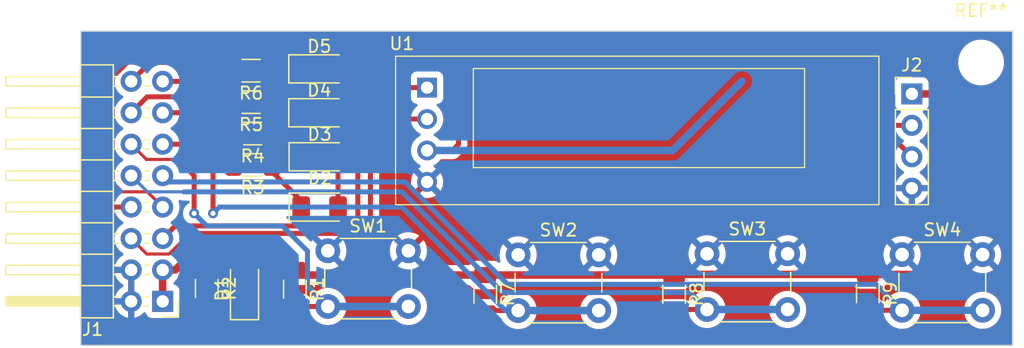
<source format=kicad_pcb>
(kicad_pcb (version 20221018) (generator pcbnew)
  (layers (0 "F.Cu" signal) (31 "B.Cu" signal) (34 "B.Paste" user) (35 "F.Paste" user) (36 "B.SilkS" user "B.Silkscreen") (37 "F.SilkS" user "F.Silkscreen") (38 "B.Mask" user) (39 "F.Mask" user) (44 "Edge.Cuts" user))
  (net 0 "")
  (net 1 "Net-(D1-K)")
  (net 2 "+3V3")
  (net 3 "Net-(D2-K)")
  (net 4 "Net-(D3-K)")
  (net 5 "Net-(D4-K)")
  (net 6 "Net-(D5-K)")
  (net 7 "GND")
  (net 8 "/SDA")
  (net 9 "/SCK")
  (net 10 "/RX")
  (net 11 "/TX")
  (net 12 "/SW4")
  (net 13 "/SW3")
  (net 14 "/SW2")
  (net 15 "/SW1")
  (net 16 "/OUT1")
  (net 17 "/OUT2")
  (net 18 "/OUT3")
  (net 19 "/OUT4")
  (footprint "Resistor_SMD:R_1206_3216Metric_Pad1.30x1.75mm_HandSolder" (layer "F.Cu") (at 131.1835 174.684 -90)
    (fp_text reference "R8" (at 0 -1.82 90) (layer "F.SilkS"))
    (fp_text value "10K")
    (fp_line (start -0.727064 -0.91) (end 0.727064 -0.91) (stroke (width 0.12)) (layer "F.SilkS"))
    (fp_line (start -0.727064 0.91) (end 0.727064 0.91) (stroke (width 0.12)) (layer "F.SilkS"))
    (pad "1" smd roundrect (at -1.55 0 270) (size 1.3 1.75) (layers "F.Cu" "F.Paste" "F.Mask") (roundrect_rratio 0.192308) (net 2 "+3V3"))
    (pad "2" smd roundrect (at 1.55 0 270) (size 1.3 1.75) (layers "F.Cu" "F.Paste" "F.Mask") (roundrect_rratio 0.192308) (net 13 "/SW3"))
  )
  (footprint "Resistor_SMD:R_1206_3216Metric_Pad1.30x1.75mm_HandSolder" (layer "F.Cu") (at 97.054 159.16 180)
    (fp_text reference "R5" (at 0 -1.82) (layer "F.SilkS"))
    (fp_text value "330")
    (fp_line (start -0.727064 -0.91) (end 0.727064 -0.91) (stroke (width 0.12)) (layer "F.SilkS"))
    (fp_line (start -0.727064 0.91) (end 0.727064 0.91) (stroke (width 0.12)) (layer "F.SilkS"))
    (pad "1" smd roundrect (at -1.55 0 180) (size 1.3 1.75) (layers "F.Cu" "F.Paste" "F.Mask") (roundrect_rratio 0.192308) (net 5 "Net-(D4-K)"))
    (pad "2" smd roundrect (at 1.55 0 180) (size 1.3 1.75) (layers "F.Cu" "F.Paste" "F.Mask") (roundrect_rratio 0.192308) (net 18 "/OUT3"))
  )
  (footprint "MountingHole:MountingHole_3.2mm_M3" (layer "F.Cu") (at 155.956 155.956)
    (fp_text reference "REF**" (at 0 -4.2) (layer "F.SilkS"))
    (fp_text value "MountingHole_3.2mm_M3" hide)
    (pad "" np_thru_hole circle (at 0 0) (size 3.2 3.2) (drill 3.2) (layers "*.Cu" "*.Mask"))
  )
  (footprint "Button_Switch_THT:SW_PUSH_6mm_H13mm" (layer "F.Cu") (at 103.2435 171.174)
    (fp_text reference "SW1" (at 3.25 -2) (layer "F.SilkS"))
    (fp_text value "SW_SPST")
    (fp_line (start -0.25 1.5) (end -0.25 3) (stroke (width 0.12)) (layer "F.SilkS"))
    (fp_line (start 1 5.5) (end 5.5 5.5) (stroke (width 0.12)) (layer "F.SilkS"))
    (fp_line (start 5.5 -1) (end 1 -1) (stroke (width 0.12)) (layer "F.SilkS"))
    (fp_line (start 6.75 3) (end 6.75 1.5) (stroke (width 0.12)) (layer "F.SilkS"))
    (pad "1" thru_hole circle (at 0 0 90) (size 2 2) (drill 1.1) (layers "*.Cu" "*.Mask") (net 7 "GND"))
    (pad "1" thru_hole circle (at 6.5 0 90) (size 2 2) (drill 1.1) (layers "*.Cu" "*.Mask") (net 7 "GND"))
    (pad "2" thru_hole circle (at 0 4.5 90) (size 2 2) (drill 1.1) (layers "*.Cu" "*.Mask") (net 15 "/SW1"))
    (pad "2" thru_hole circle (at 6.5 4.5 90) (size 2 2) (drill 1.1) (layers "*.Cu" "*.Mask") (net 15 "/SW1"))
  )
  (footprint "Button_Switch_THT:SW_PUSH_6mm_H13mm" (layer "F.Cu") (at 118.603 171.502)
    (fp_text reference "SW2" (at 3.25 -2) (layer "F.SilkS"))
    (fp_text value "SW_SPST")
    (fp_line (start -0.25 1.5) (end -0.25 3) (stroke (width 0.12)) (layer "F.SilkS"))
    (fp_line (start 1 5.5) (end 5.5 5.5) (stroke (width 0.12)) (layer "F.SilkS"))
    (fp_line (start 5.5 -1) (end 1 -1) (stroke (width 0.12)) (layer "F.SilkS"))
    (fp_line (start 6.75 3) (end 6.75 1.5) (stroke (width 0.12)) (layer "F.SilkS"))
    (pad "1" thru_hole circle (at 0 0 90) (size 2 2) (drill 1.1) (layers "*.Cu" "*.Mask") (net 7 "GND"))
    (pad "1" thru_hole circle (at 6.5 0 90) (size 2 2) (drill 1.1) (layers "*.Cu" "*.Mask") (net 7 "GND"))
    (pad "2" thru_hole circle (at 0 4.5 90) (size 2 2) (drill 1.1) (layers "*.Cu" "*.Mask") (net 14 "/SW2"))
    (pad "2" thru_hole circle (at 6.5 4.5 90) (size 2 2) (drill 1.1) (layers "*.Cu" "*.Mask") (net 14 "/SW2"))
  )
  (footprint "LED_SMD:LED_1206_3216Metric_Pad1.42x1.75mm_HandSolder" (layer "F.Cu") (at 102.5535 156.474)
    (fp_text reference "D5" (at 0 -1.82) (layer "F.SilkS"))
    (fp_text value "LED")
    (fp_line (start -2.46 -1.135) (end -2.46 1.135) (stroke (width 0.12)) (layer "F.SilkS"))
    (fp_line (start -2.46 1.135) (end 1.6 1.135) (stroke (width 0.12)) (layer "F.SilkS"))
    (fp_line (start 1.6 -1.135) (end -2.46 -1.135) (stroke (width 0.12)) (layer "F.SilkS"))
    (pad "1" smd roundrect (at -1.4875 0) (size 1.425 1.75) (layers "F.Cu" "F.Paste" "F.Mask") (roundrect_rratio 0.175439) (net 6 "Net-(D5-K)"))
    (pad "2" smd roundrect (at 1.4875 0) (size 1.425 1.75) (layers "F.Cu" "F.Paste" "F.Mask") (roundrect_rratio 0.175439) (net 2 "+3V3"))
  )
  (footprint "LED_SMD:LED_1206_3216Metric_Pad1.42x1.75mm_HandSolder" (layer "F.Cu") (at 102.5795 167.64)
    (fp_text reference "D2" (at 0.034 -2.328) (layer "F.SilkS"))
    (fp_text value "LED")
    (fp_line (start -2.46 -1.135) (end -2.46 1.135) (stroke (width 0.12)) (layer "F.SilkS"))
    (fp_line (start -2.46 1.135) (end 1.6 1.135) (stroke (width 0.12)) (layer "F.SilkS"))
    (fp_line (start 1.6 -1.135) (end -2.46 -1.135) (stroke (width 0.12)) (layer "F.SilkS"))
    (pad "1" smd roundrect (at -1.4875 0) (size 1.425 1.75) (layers "F.Cu" "F.Paste" "F.Mask") (roundrect_rratio 0.175439) (net 3 "Net-(D2-K)"))
    (pad "2" smd roundrect (at 1.4875 0) (size 1.425 1.75) (layers "F.Cu" "F.Paste" "F.Mask") (roundrect_rratio 0.175439) (net 2 "+3V3"))
  )
  (footprint "Resistor_SMD:R_1206_3216Metric_Pad1.30x1.75mm_HandSolder" (layer "F.Cu") (at 93.472 174.218 -90)
    (fp_text reference "R2" (at 0 -1.82 90) (layer "F.SilkS"))
    (fp_text value "330")
    (fp_line (start -0.727064 -0.91) (end 0.727064 -0.91) (stroke (width 0.12)) (layer "F.SilkS"))
    (fp_line (start -0.727064 0.91) (end 0.727064 0.91) (stroke (width 0.12)) (layer "F.SilkS"))
    (pad "1" smd roundrect (at -1.55 0 270) (size 1.3 1.75) (layers "F.Cu" "F.Paste" "F.Mask") (roundrect_rratio 0.192308) (net 1 "Net-(D1-K)"))
    (pad "2" smd roundrect (at 1.55 0 270) (size 1.3 1.75) (layers "F.Cu" "F.Paste" "F.Mask") (roundrect_rratio 0.192308) (net 7 "GND"))
  )
  (footprint "Resistor_SMD:R_1206_3216Metric_Pad1.30x1.75mm_HandSolder" (layer "F.Cu") (at 97.179 161.7 180)
    (fp_text reference "R4" (at 0 -1.82) (layer "F.SilkS"))
    (fp_text value "330")
    (fp_line (start -0.727064 -0.91) (end 0.727064 -0.91) (stroke (width 0.12)) (layer "F.SilkS"))
    (fp_line (start -0.727064 0.91) (end 0.727064 0.91) (stroke (width 0.12)) (layer "F.SilkS"))
    (pad "1" smd roundrect (at -1.55 0 180) (size 1.3 1.75) (layers "F.Cu" "F.Paste" "F.Mask") (roundrect_rratio 0.192308) (net 4 "Net-(D3-K)"))
    (pad "2" smd roundrect (at 1.55 0 180) (size 1.3 1.75) (layers "F.Cu" "F.Paste" "F.Mask") (roundrect_rratio 0.192308) (net 17 "/OUT2"))
  )
  (footprint "Button_Switch_THT:SW_PUSH_6mm_H13mm" (layer "F.Cu") (at 149.577227 171.48144)
    (fp_text reference "SW4" (at 3.25 -2) (layer "F.SilkS"))
    (fp_text value "SW_SPST")
    (fp_line (start -0.25 1.5) (end -0.25 3) (stroke (width 0.12)) (layer "F.SilkS"))
    (fp_line (start 1 5.5) (end 5.5 5.5) (stroke (width 0.12)) (layer "F.SilkS"))
    (fp_line (start 5.5 -1) (end 1 -1) (stroke (width 0.12)) (layer "F.SilkS"))
    (fp_line (start 6.75 3) (end 6.75 1.5) (stroke (width 0.12)) (layer "F.SilkS"))
    (pad "1" thru_hole circle (at 0 0 90) (size 2 2) (drill 1.1) (layers "*.Cu" "*.Mask") (net 7 "GND"))
    (pad "1" thru_hole circle (at 6.5 0 90) (size 2 2) (drill 1.1) (layers "*.Cu" "*.Mask") (net 7 "GND"))
    (pad "2" thru_hole circle (at 0 4.5 90) (size 2 2) (drill 1.1) (layers "*.Cu" "*.Mask") (net 12 "/SW4"))
    (pad "2" thru_hole circle (at 6.5 4.5 90) (size 2 2) (drill 1.1) (layers "*.Cu" "*.Mask") (net 12 "/SW4"))
  )
  (footprint "Resistor_SMD:R_1206_3216Metric_Pad1.30x1.75mm_HandSolder" (layer "F.Cu") (at 97.054 156.62 180)
    (fp_text reference "R6" (at 0 -1.82) (layer "F.SilkS"))
    (fp_text value "330")
    (fp_line (start -0.727064 -0.91) (end 0.727064 -0.91) (stroke (width 0.12)) (layer "F.SilkS"))
    (fp_line (start -0.727064 0.91) (end 0.727064 0.91) (stroke (width 0.12)) (layer "F.SilkS"))
    (pad "1" smd roundrect (at -1.55 0 180) (size 1.3 1.75) (layers "F.Cu" "F.Paste" "F.Mask") (roundrect_rratio 0.192308) (net 6 "Net-(D5-K)"))
    (pad "2" smd roundrect (at 1.55 0 180) (size 1.3 1.75) (layers "F.Cu" "F.Paste" "F.Mask") (roundrect_rratio 0.192308) (net 19 "/OUT4"))
  )
  (footprint "Button_Switch_THT:SW_PUSH_6mm_H13mm" (layer "F.Cu") (at 133.843 171.416)
    (fp_text reference "SW3" (at 3.25 -2) (layer "F.SilkS"))
    (fp_text value "SW_SPST")
    (fp_line (start -0.25 1.5) (end -0.25 3) (stroke (width 0.12)) (layer "F.SilkS"))
    (fp_line (start 1 5.5) (end 5.5 5.5) (stroke (width 0.12)) (layer "F.SilkS"))
    (fp_line (start 5.5 -1) (end 1 -1) (stroke (width 0.12)) (layer "F.SilkS"))
    (fp_line (start 6.75 3) (end 6.75 1.5) (stroke (width 0.12)) (layer "F.SilkS"))
    (pad "1" thru_hole circle (at 0 0 90) (size 2 2) (drill 1.1) (layers "*.Cu" "*.Mask") (net 7 "GND"))
    (pad "1" thru_hole circle (at 6.5 0 90) (size 2 2) (drill 1.1) (layers "*.Cu" "*.Mask") (net 7 "GND"))
    (pad "2" thru_hole circle (at 0 4.5 90) (size 2 2) (drill 1.1) (layers "*.Cu" "*.Mask") (net 13 "/SW3"))
    (pad "2" thru_hole circle (at 6.5 4.5 90) (size 2 2) (drill 1.1) (layers "*.Cu" "*.Mask") (net 13 "/SW3"))
  )
  (footprint "LED_SMD:LED_1206_3216Metric_Pad1.42x1.75mm_HandSolder" (layer "F.Cu") (at 102.5535 160.02)
    (fp_text reference "D4" (at 0 -1.82) (layer "F.SilkS"))
    (fp_text value "LED")
    (fp_line (start -2.46 -1.135) (end -2.46 1.135) (stroke (width 0.12)) (layer "F.SilkS"))
    (fp_line (start -2.46 1.135) (end 1.6 1.135) (stroke (width 0.12)) (layer "F.SilkS"))
    (fp_line (start 1.6 -1.135) (end -2.46 -1.135) (stroke (width 0.12)) (layer "F.SilkS"))
    (pad "1" smd roundrect (at -1.4875 0) (size 1.425 1.75) (layers "F.Cu" "F.Paste" "F.Mask") (roundrect_rratio 0.175439) (net 5 "Net-(D4-K)"))
    (pad "2" smd roundrect (at 1.4875 0) (size 1.425 1.75) (layers "F.Cu" "F.Paste" "F.Mask") (roundrect_rratio 0.175439) (net 2 "+3V3"))
  )
  (footprint "Resistor_SMD:R_1206_3216Metric_Pad1.30x1.75mm_HandSolder" (layer "F.Cu") (at 100.584 174.27 -90)
    (fp_text reference "R1" (at 0 -1.82 90) (layer "F.SilkS"))
    (fp_text value "10K")
    (fp_line (start -0.727064 -0.91) (end 0.727064 -0.91) (stroke (width 0.12)) (layer "F.SilkS"))
    (fp_line (start -0.727064 0.91) (end 0.727064 0.91) (stroke (width 0.12)) (layer "F.SilkS"))
    (pad "1" smd roundrect (at -1.55 0 270) (size 1.3 1.75) (layers "F.Cu" "F.Paste" "F.Mask") (roundrect_rratio 0.192308) (net 2 "+3V3"))
    (pad "2" smd roundrect (at 1.55 0 270) (size 1.3 1.75) (layers "F.Cu" "F.Paste" "F.Mask") (roundrect_rratio 0.192308) (net 15 "/SW1"))
  )
  (footprint "OLED-SSD1306-128x32-0.91:OLED_SSD1306_128x32_0.91" (layer "F.Cu") (at 108.712 155.448)
    (fp_text reference "U1" (at 0.508 -1.016) (layer "F.SilkS"))
    (fp_text value "~" hide)
    (fp_rect (start 0 0) (end 39 12) (stroke (width 0.1)) (fill none) (layer "F.SilkS"))
    (fp_rect (start 6.27 1) (end 33 9) (stroke (width 0.1)) (fill none) (layer "F.SilkS"))
    (pad "1" thru_hole rect (at 2.54 2.54) (size 1.6 1.6) (drill 1) (layers "*.Cu" "*.Mask") (net 8 "/SDA"))
    (pad "2" thru_hole circle (at 2.54 5.08) (size 1.6 1.6) (drill 1) (layers "*.Cu" "*.Mask") (net 9 "/SCK"))
    (pad "3" thru_hole circle (at 2.54 7.62) (size 1.6 1.6) (drill 1) (layers "*.Cu" "*.Mask") (net 2 "+3V3"))
    (pad "4" thru_hole circle (at 2.54 10.16) (size 1.6 1.6) (drill 1) (layers "*.Cu" "*.Mask") (net 7 "GND"))
  )
  (footprint "Connector_PinHeader_2.54mm:PinHeader_2x08_P2.54mm_Horizontal" (layer "F.Cu") (at 89.916 175.26 180)
    (fp_text reference "J1" (at 5.655 -2.27) (layer "F.SilkS"))
    (fp_text value "Conn_02x08_Odd_Even" hide)
    (fp_line (start -1.27 -1.27) (end 0 -1.27) (stroke (width 0.12)) (layer "F.SilkS"))
    (fp_line (start -1.27 0) (end -1.27 -1.27) (stroke (width 0.12)) (layer "F.SilkS"))
    (fp_line (start 1.042929 2.16) (end 1.497071 2.16) (stroke (width 0.12)) (layer "F.SilkS"))
    (fp_line (start 1.042929 2.92) (end 1.497071 2.92) (stroke (width 0.12)) (layer "F.SilkS"))
    (fp_line (start 1.042929 4.7) (end 1.497071 4.7) (stroke (width 0.12)) (layer "F.SilkS"))
    (fp_line (start 1.042929 5.46) (end 1.497071 5.46) (stroke (width 0.12)) (layer "F.SilkS"))
    (fp_line (start 1.042929 7.24) (end 1.497071 7.24) (stroke (width 0.12)) (layer "F.SilkS"))
    (fp_line (start 1.042929 8) (end 1.497071 8) (stroke (width 0.12)) (layer "F.SilkS"))
    (fp_line (start 1.042929 9.78) (end 1.497071 9.78) (stroke (width 0.12)) (layer "F.SilkS"))
    (fp_line (start 1.042929 10.54) (end 1.497071 10.54) (stroke (width 0.12)) (layer "F.SilkS"))
    (fp_line (start 1.042929 12.32) (end 1.497071 12.32) (stroke (width 0.12)) (layer "F.SilkS"))
    (fp_line (start 1.042929 13.08) (end 1.497071 13.08) (stroke (width 0.12)) (layer "F.SilkS"))
    (fp_line (start 1.042929 14.86) (end 1.497071 14.86) (stroke (width 0.12)) (layer "F.SilkS"))
    (fp_line (start 1.042929 15.62) (end 1.497071 15.62) (stroke (width 0.12)) (layer "F.SilkS"))
    (fp_line (start 1.042929 17.4) (end 1.497071 17.4) (stroke (width 0.12)) (layer "F.SilkS"))
    (fp_line (start 1.042929 18.16) (end 1.497071 18.16) (stroke (width 0.12)) (layer "F.SilkS"))
    (fp_line (start 1.11 -0.38) (end 1.497071 -0.38) (stroke (width 0.12)) (layer "F.SilkS"))
    (fp_line (start 1.11 0.38) (end 1.497071 0.38) (stroke (width 0.12)) (layer "F.SilkS"))
    (fp_line (start 3.582929 -0.38) (end 3.98 -0.38) (stroke (width 0.12)) (layer "F.SilkS"))
    (fp_line (start 3.582929 0.38) (end 3.98 0.38) (stroke (width 0.12)) (layer "F.SilkS"))
    (fp_line (start 3.582929 2.16) (end 3.98 2.16) (stroke (width 0.12)) (layer "F.SilkS"))
    (fp_line (start 3.582929 2.92) (end 3.98 2.92) (stroke (width 0.12)) (layer "F.SilkS"))
    (fp_line (start 3.582929 4.7) (end 3.98 4.7) (stroke (width 0.12)) (layer "F.SilkS"))
    (fp_line (start 3.582929 5.46) (end 3.98 5.46) (stroke (width 0.12)) (layer "F.SilkS"))
    (fp_line (start 3.582929 7.24) (end 3.98 7.24) (stroke (width 0.12)) (layer "F.SilkS"))
    (fp_line (start 3.582929 8) (end 3.98 8) (stroke (width 0.12)) (layer "F.SilkS"))
    (fp_line (start 3.582929 9.78) (end 3.98 9.78) (stroke (width 0.12)) (layer "F.SilkS"))
    (fp_line (start 3.582929 10.54) (end 3.98 10.54) (stroke (width 0.12)) (layer "F.SilkS"))
    (fp_line (start 3.582929 12.32) (end 3.98 12.32) (stroke (width 0.12)) (layer "F.SilkS"))
    (fp_line (start 3.582929 13.08) (end 3.98 13.08) (stroke (width 0.12)) (layer "F.SilkS"))
    (fp_line (start 3.582929 14.86) (end 3.98 14.86) (stroke (width 0.12)) (layer "F.SilkS"))
    (fp_line (start 3.582929 15.62) (end 3.98 15.62) (stroke (width 0.12)) (layer "F.SilkS"))
    (fp_line (start 3.582929 17.4) (end 3.98 17.4) (stroke (width 0.12)) (layer "F.SilkS"))
    (fp_line (start 3.582929 18.16) (end 3.98 18.16) (stroke (width 0.12)) (layer "F.SilkS"))
    (fp_line (start 3.98 -1.33) (end 3.98 19.11) (stroke (width 0.12)) (layer "F.SilkS"))
    (fp_line (start 3.98 1.27) (end 6.64 1.27) (stroke (width 0.12)) (layer "F.SilkS"))
    (fp_line (start 3.98 3.81) (end 6.64 3.81) (stroke (width 0.12)) (layer "F.SilkS"))
    (fp_line (start 3.98 6.35) (end 6.64 6.35) (stroke (width 0.12)) (layer "F.SilkS"))
    (fp_line (start 3.98 8.89) (end 6.64 8.89) (stroke (width 0.12)) (layer "F.SilkS"))
    (fp_line (start 3.98 11.43) (end 6.64 11.43) (stroke (width 0.12)) (layer "F.SilkS"))
    (fp_line (start 3.98 13.97) (end 6.64 13.97) (stroke (width 0.12)) (layer "F.SilkS"))
    (fp_line (start 3.98 16.51) (end 6.64 16.51) (stroke (width 0.12)) (layer "F.SilkS"))
    (fp_line (start 3.98 19.11) (end 6.64 19.11) (stroke (width 0.12)) (layer "F.SilkS"))
    (fp_line (start 6.64 -1.33) (end 3.98 -1.33) (stroke (width 0.12)) (layer "F.SilkS"))
    (fp_line (start 6.64 -0.38) (end 12.64 -0.38) (stroke (width 0.12)) (layer "F.SilkS"))
    (fp_line (start 6.64 -0.32) (end 12.64 -0.32) (stroke (width 0.12)) (layer "F.SilkS"))
    (fp_line (start 6.64 -0.2) (end 12.64 -0.2) (stroke (width 0.12)) (layer "F.SilkS"))
    (fp_line (start 6.64 -0.08) (end 12.64 -0.08) (stroke (width 0.12)) (layer "F.SilkS"))
    (fp_line (start 6.64 0.04) (end 12.64 0.04) (stroke (width 0.12)) (layer "F.SilkS"))
    (fp_line (start 6.64 0.16) (end 12.64 0.16) (stroke (width 0.12)) (layer "F.SilkS"))
    (fp_line (start 6.64 0.28) (end 12.64 0.28) (stroke (width 0.12)) (layer "F.SilkS"))
    (fp_line (start 6.64 2.16) (end 12.64 2.16) (stroke (width 0.12)) (layer "F.SilkS"))
    (fp_line (start 6.64 4.7) (end 12.64 4.7) (stroke (width 0.12)) (layer "F.SilkS"))
    (fp_line (start 6.64 7.24) (end 12.64 7.24) (stroke (width 0.12)) (layer "F.SilkS"))
    (fp_line (start 6.64 9.78) (end 12.64 9.78) (stroke (width 0.12)) (layer "F.SilkS"))
    (fp_line (start 6.64 12.32) (end 12.64 12.32) (stroke (width 0.12)) (layer "F.SilkS"))
    (fp_line (start 6.64 14.86) (end 12.64 14.86) (stroke (width 0.12)) (layer "F.SilkS"))
    (fp_line (start 6.64 17.4) (end 12.64 17.4) (stroke (width 0.12)) (layer "F.SilkS"))
    (fp_line (start 6.64 19.11) (end 6.64 -1.33) (stroke (width 0.12)) (layer "F.SilkS"))
    (fp_line (start 12.64 -0.38) (end 12.64 0.38) (stroke (width 0.12)) (layer "F.SilkS"))
    (fp_line (start 12.64 0.38) (end 6.64 0.38) (stroke (width 0.12)) (layer "F.SilkS"))
    (fp_line (start 12.64 2.16) (end 12.64 2.92) (stroke (width 0.12)) (layer "F.SilkS"))
    (fp_line (start 12.64 2.92) (end 6.64 2.92) (stroke (width 0.12)) (layer "F.SilkS"))
    (fp_line (start 12.64 4.7) (end 12.64 5.46) (stroke (width 0.12)) (layer "F.SilkS"))
    (fp_line (start 12.64 5.46) (end 6.64 5.46) (stroke (width 0.12)) (layer "F.SilkS"))
    (fp_line (start 12.64 7.24) (end 12.64 8) (stroke (width 0.12)) (layer "F.SilkS"))
    (fp_line (start 12.64 8) (end 6.64 8) (stroke (width 0.12)) (layer "F.SilkS"))
    (fp_line (start 12.64 9.78) (end 12.64 10.54) (stroke (width 0.12)) (layer "F.SilkS"))
    (fp_line (start 12.64 10.54) (end 6.64 10.54) (stroke (width 0.12)) (layer "F.SilkS"))
    (fp_line (start 12.64 12.32) (end 12.64 13.08) (stroke (width 0.12)) (layer "F.SilkS"))
    (fp_line (start 12.64 13.08) (end 6.64 13.08) (stroke (width 0.12)) (layer "F.SilkS"))
    (fp_line (start 12.64 14.86) (end 12.64 15.62) (stroke (width 0.12)) (layer "F.SilkS"))
    (fp_line (start 12.64 15.62) (end 6.64 15.62) (stroke (width 0.12)) (layer "F.SilkS"))
    (fp_line (start 12.64 17.4) (end 12.64 18.16) (stroke (width 0.12)) (layer "F.SilkS"))
    (fp_line (start 12.64 18.16) (end 6.64 18.16) (stroke (width 0.12)) (layer "F.SilkS"))
    (pad "1" thru_hole rect (at 0 0 180) (size 1.7 1.7) (drill 1) (layers "*.Cu" "*.Mask") (net 2 "+3V3"))
    (pad "2" thru_hole oval (at 2.54 0 180) (size 1.7 1.7) (drill 1) (layers "*.Cu" "*.Mask") (net 7 "GND"))
    (pad "3" thru_hole oval (at 0 2.54 180) (size 1.7 1.7) (drill 1) (layers "*.Cu" "*.Mask") (net 2 "+3V3"))
    (pad "4" thru_hole oval (at 2.54 2.54 180) (size 1.7 1.7) (drill 1) (layers "*.Cu" "*.Mask") (net 7 "GND"))
    (pad "5" thru_hole oval (at 0 5.08 180) (size 1.7 1.7) (drill 1) (layers "*.Cu" "*.Mask") (net 8 "/SDA"))
    (pad "6" thru_hole oval (at 2.54 5.08 180) (size 1.7 1.7) (drill 1) (layers "*.Cu" "*.Mask") (net 9 "/SCK"))
    (pad "7" thru_hole oval (at 0 7.62 180) (size 1.7 1.7) (drill 1) (layers "*.Cu" "*.Mask") (net 10 "/RX"))
    (pad "8" thru_hole oval (at 2.54 7.62 180) (size 1.7 1.7) (drill 1) (layers "*.Cu" "*.Mask") (net 11 "/TX"))
    (pad "9" thru_hole oval (at 0 10.16 180) (size 1.7 1.7) (drill 1) (layers "*.Cu" "*.Mask") (net 12 "/SW4"))
    (pad "10" thru_hole oval (at 2.54 10.16 180) (size 1.7 1.7) (drill 1) (layers "*.Cu" "*.Mask") (net 13 "/SW3"))
    (pad "11" thru_hole oval (at 0 12.7 180) (size 1.7 1.7) (drill 1) (layers "*.Cu" "*.Mask") (net 14 "/SW2"))
    (pad "12" thru_hole oval (at 2.54 12.7 180) (size 1.7 1.7) (drill 1) (layers "*.Cu" "*.Mask") (net 15 "/SW1"))
    (pad "13" thru_hole oval (at 0 15.24 180) (size 1.7 1.7) (drill 1) (layers "*.Cu" "*.Mask") (net 16 "/OUT1"))
    (pad "14" thru_hole oval (at 2.54 15.24 180) (size 1.7 1.7) (drill 1) (layers "*.Cu" "*.Mask") (net 17 "/OUT2"))
    (pad "15" thru_hole oval (at 0 17.78 180) (size 1.7 1.7) (drill 1) (layers "*.Cu" "*.Mask") (net 18 "/OUT3"))
    (pad "16" thru_hole oval (at 2.54 17.78 180) (size 1.7 1.7) (drill 1) (layers "*.Cu" "*.Mask") (net 19 "/OUT4"))
  )
  (footprint "Resistor_SMD:R_1206_3216Metric_Pad1.30x1.75mm_HandSolder" (layer "F.Cu") (at 115.9435 174.684 -90)
    (fp_text reference "R7" (at 0 -1.82 90) (layer "F.SilkS"))
    (fp_text value "10K")
    (fp_line (start -0.727064 -0.91) (end 0.727064 -0.91) (stroke (width 0.12)) (layer "F.SilkS"))
    (fp_line (start -0.727064 0.91) (end 0.727064 0.91) (stroke (width 0.12)) (layer "F.SilkS"))
    (pad "1" smd roundrect (at -1.55 0 270) (size 1.3 1.75) (layers "F.Cu" "F.Paste" "F.Mask") (roundrect_rratio 0.192308) (net 2 "+3V3"))
    (pad "2" smd roundrect (at 1.55 0 270) (size 1.3 1.75) (layers "F.Cu" "F.Paste" "F.Mask") (roundrect_rratio 0.192308) (net 14 "/SW2"))
  )
  (footprint "LED_SMD:LED_1206_3216Metric_Pad1.42x1.75mm_HandSolder" (layer "F.Cu") (at 102.5795 163.576)
    (fp_text reference "D3" (at 0 -1.82) (layer "F.SilkS"))
    (fp_text value "LED")
    (fp_line (start -2.46 -1.135) (end -2.46 1.135) (stroke (width 0.12)) (layer "F.SilkS"))
    (fp_line (start -2.46 1.135) (end 1.6 1.135) (stroke (width 0.12)) (layer "F.SilkS"))
    (fp_line (start 1.6 -1.135) (end -2.46 -1.135) (stroke (width 0.12)) (layer "F.SilkS"))
    (pad "1" smd roundrect (at -1.4875 0) (size 1.425 1.75) (layers "F.Cu" "F.Paste" "F.Mask") (roundrect_rratio 0.175439) (net 4 "Net-(D3-K)"))
    (pad "2" smd roundrect (at 1.4875 0) (size 1.425 1.75) (layers "F.Cu" "F.Paste" "F.Mask") (roundrect_rratio 0.175439) (net 2 "+3V3"))
  )
  (footprint "Resistor_SMD:R_1206_3216Metric_Pad1.30x1.75mm_HandSolder" (layer "F.Cu") (at 97.179 164.24 180)
    (fp_text reference "R3" (at 0 -1.82) (layer "F.SilkS"))
    (fp_text value "330")
    (fp_line (start -0.727064 -0.91) (end 0.727064 -0.91) (stroke (width 0.12)) (layer "F.SilkS"))
    (fp_line (start -0.727064 0.91) (end 0.727064 0.91) (stroke (width 0.12)) (layer "F.SilkS"))
    (pad "1" smd roundrect (at -1.55 0 180) (size 1.3 1.75) (layers "F.Cu" "F.Paste" "F.Mask") (roundrect_rratio 0.192308) (net 3 "Net-(D2-K)"))
    (pad "2" smd roundrect (at 1.55 0 180) (size 1.3 1.75) (layers "F.Cu" "F.Paste" "F.Mask") (roundrect_rratio 0.192308) (net 16 "/OUT1"))
  )
  (footprint "Connector_PinHeader_2.54mm:PinHeader_1x04_P2.54mm_Vertical" (layer "F.Cu") (at 150.368 158.496)
    (fp_text reference "J2" (at 0 -2.33) (layer "F.SilkS"))
    (fp_text value "Conn_01x04" hide)
    (fp_line (start -1.33 -1.33) (end 0 -1.33) (stroke (width 0.12)) (layer "F.SilkS"))
    (fp_line (start -1.33 0) (end -1.33 -1.33) (stroke (width 0.12)) (layer "F.SilkS"))
    (fp_line (start -1.33 1.27) (end -1.33 8.95) (stroke (width 0.12)) (layer "F.SilkS"))
    (fp_line (start -1.33 1.27) (end 1.33 1.27) (stroke (width 0.12)) (layer "F.SilkS"))
    (fp_line (start -1.33 8.95) (end 1.33 8.95) (stroke (width 0.12)) (layer "F.SilkS"))
    (fp_line (start 1.33 1.27) (end 1.33 8.95) (stroke (width 0.12)) (layer "F.SilkS"))
    (pad "1" thru_hole rect (at 0 0) (size 1.7 1.7) (drill 1) (layers "*.Cu" "*.Mask") (net 2 "+3V3"))
    (pad "2" thru_hole oval (at 0 2.54) (size 1.7 1.7) (drill 1) (layers "*.Cu" "*.Mask") (net 11 "/TX"))
    (pad "3" thru_hole oval (at 0 5.08) (size 1.7 1.7) (drill 1) (layers "*.Cu" "*.Mask") (net 10 "/RX"))
    (pad "4" thru_hole oval (at 0 7.62) (size 1.7 1.7) (drill 1) (layers "*.Cu" "*.Mask") (net 7 "GND"))
  )
  (footprint "Resistor_SMD:R_1206_3216Metric_Pad1.30x1.75mm_HandSolder" (layer "F.Cu") (at 146.812 174.632 -90)
    (fp_text reference "R9" (at 0 -1.82 90) (layer "F.SilkS"))
    (fp_text value "10K")
    (fp_line (start -0.727064 -0.91) (end 0.727064 -0.91) (stroke (width 0.12)) (layer "F.SilkS"))
    (fp_line (start -0.727064 0.91) (end 0.727064 0.91) (stroke (width 0.12)) (layer "F.SilkS"))
    (pad "1" smd roundrect (at -1.55 0 270) (size 1.3 1.75) (layers "F.Cu" "F.Paste" "F.Mask") (roundrect_rratio 0.192308) (net 2 "+3V3"))
    (pad "2" smd roundrect (at 1.55 0 270) (size 1.3 1.75) (layers "F.Cu" "F.Paste" "F.Mask") (roundrect_rratio 0.192308) (net 12 "/SW4"))
  )
  (footprint "LED_SMD:LED_1206_3216Metric_Pad1.42x1.75mm_HandSolder" (layer "F.Cu") (at 96.52 174.2805 90)
    (fp_text reference "D1" (at 0 -1.82 90) (layer "F.SilkS"))
    (fp_text value "LED")
    (fp_line (start -2.46 -1.135) (end -2.46 1.135) (stroke (width 0.12)) (layer "F.SilkS"))
    (fp_line (start -2.46 1.135) (end 1.6 1.135) (stroke (width 0.12)) (layer "F.SilkS"))
    (fp_line (start 1.6 -1.135) (end -2.46 -1.135) (stroke (width 0.12)) (layer "F.SilkS"))
    (pad "1" smd roundrect (at -1.4875 0 90) (size 1.425 1.75) (layers "F.Cu" "F.Paste" "F.Mask") (roundrect_rratio 0.175439) (net 1 "Net-(D1-K)"))
    (pad "2" smd roundrect (at 1.4875 0 90) (size 1.425 1.75) (layers "F.Cu" "F.Paste" "F.Mask") (roundrect_rratio 0.175439) (net 2 "+3V3"))
  )
  (gr_rect (start 83.312 153.416) (end 158.496 178.816) (stroke (width 0.1)) (fill none) (layer "Edge.Cuts"))
  (segment (start 93.472 172.72) (end 96.52 175.768) (width 0.4064) (layer "F.Cu") (net 1))
  (segment (start 93.472 172.668) (end 93.472 172.72) (width 0.4064) (layer "F.Cu") (net 1))
  (segment (start 92.456 171.196) (end 94.923 171.196) (width 0.6096) (layer "F.Cu") (net 2))
  (segment (start 152.908 159.512) (end 152.908 171.704) (width 0.6096) (layer "F.Cu") (net 2))
  (segment (start 151.53 173.082) (end 146.812 173.082) (width 0.6096) (layer "F.Cu") (net 2))
  (segment (start 113.792 157.48) (end 113.792 162.56) (width 0.4064) (layer "F.Cu") (net 2))
  (segment (start 90.932 172.72) (end 92.456 171.196) (width 0.6096) (layer "F.Cu") (net 2))
  (segment (start 100.998 173.134) (end 100.584 172.72) (width 0.6096) (layer "F.Cu") (net 2))
  (segment (start 152.908 171.704) (end 151.53 173.082) (width 0.6096) (layer "F.Cu") (net 2))
  (segment (start 150.368 158.496) (end 151.892 158.496) (width 0.6096) (layer "F.Cu") (net 2))
  (segment (start 100.511 172.793) (end 100.584 172.72) (width 0.6096) (layer "F.Cu") (net 2))
  (segment (start 151.892 158.496) (end 152.908 159.512) (width 0.6096) (layer "F.Cu") (net 2))
  (segment (start 89.916 172.72) (end 89.916 175.26) (width 0.6096) (layer "F.Cu") (net 2))
  (segment (start 131.1835 173.134) (end 115.9435 173.134) (width 0.6096) (layer "F.Cu") (net 2))
  (segment (start 113.792 162.56) (end 113.284 163.068) (width 0.4064) (layer "F.Cu") (net 2))
  (segment (start 89.916 172.72) (end 90.932 172.72) (width 0.6096) (layer "F.Cu") (net 2))
  (segment (start 104.067 163.576) (end 104.067 160.046) (width 0.4064) (layer "F.Cu") (net 2))
  (segment (start 104.041 156.474) (end 104.041 160.02) (width 0.4064) (layer "F.Cu") (net 2))
  (segment (start 113.284 163.068) (end 111.252 163.068) (width 0.4064) (layer "F.Cu") (net 2))
  (segment (start 104.067 160.046) (end 104.041 160.02) (width 0.4064) (layer "F.Cu") (net 2))
  (segment (start 112.786 156.474) (end 113.792 157.48) (width 0.4064) (layer "F.Cu") (net 2))
  (segment (start 115.9435 173.134) (end 100.998 173.134) (width 0.6096) (layer "F.Cu") (net 2))
  (segment (start 131.2355 173.082) (end 131.1835 173.134) (width 0.6096) (layer "F.Cu") (net 2))
  (segment (start 146.812 173.082) (end 131.2355 173.082) (width 0.6096) (layer "F.Cu") (net 2))
  (segment (start 104.041 156.474) (end 112.786 156.474) (width 0.4064) (layer "F.Cu") (net 2))
  (segment (start 96.52 172.793) (end 100.511 172.793) (width 0.6096) (layer "F.Cu") (net 2))
  (segment (start 104.067 163.576) (end 104.067 167.64) (width 0.4064) (layer "F.Cu") (net 2))
  (segment (start 94.923 171.196) (end 96.52 172.793) (width 0.6096) (layer "F.Cu") (net 2))
  (segment (start 131.064 163.068) (end 111.252 163.068) (width 0.6096) (layer "B.Cu") (net 2))
  (segment (start 136.652 157.48) (end 131.064 163.068) (width 0.6096) (layer "B.Cu") (net 2))
  (segment (start 98.729 164.24) (end 98.729 164.769) (width 0.4064) (layer "F.Cu") (net 3))
  (segment (start 98.729 164.769) (end 101.165 167.205) (width 0.4064) (layer "F.Cu") (net 3))
  (segment (start 98.729 161.7) (end 99.216 161.7) (width 0.4064) (layer "F.Cu") (net 4))
  (segment (start 99.216 161.7) (end 101.092 163.576) (width 0.4064) (layer "F.Cu") (net 4))
  (segment (start 100.206 159.16) (end 101.066 160.02) (width 0.4064) (layer "F.Cu") (net 5))
  (segment (start 98.604 159.16) (end 100.206 159.16) (width 0.4064) (layer "F.Cu") (net 5))
  (segment (start 98.75 156.474) (end 98.604 156.62) (width 0.4064) (layer "F.Cu") (net 6))
  (segment (start 101.066 156.474) (end 98.75 156.474) (width 0.4064) (layer "F.Cu") (net 6))
  (segment (start 105.156 169.164) (end 105.664 168.656) (width 0.4064) (layer "F.Cu") (net 8))
  (segment (start 89.916 170.18) (end 90.932 169.164) (width 0.4064) (layer "F.Cu") (net 8))
  (segment (start 90.932 169.164) (end 105.156 169.164) (width 0.4064) (layer "F.Cu") (net 8))
  (segment (start 108.712 157.988) (end 111.252 157.988) (width 0.4064) (layer "F.Cu") (net 8))
  (segment (start 105.664 168.656) (end 105.664 161.036) (width 0.4064) (layer "F.Cu") (net 8))
  (segment (start 105.664 161.036) (end 108.712 157.988) (width 0.4064) (layer "F.Cu") (net 8))
  (segment (start 90.435093 171.4332) (end 91.44 170.428293) (width 0.254) (layer "F.Cu") (net 9))
  (segment (start 105.5656 169.7704) (end 91.8496 169.7704) (width 0.4064) (layer "F.Cu") (net 9))
  (segment (start 91.8496 169.7704) (end 91.44 170.18) (width 0.4064) (layer "F.Cu") (net 9))
  (segment (start 111.252 160.528) (end 107.188 160.528) (width 0.4064) (layer "F.Cu") (net 9))
  (segment (start 87.376 170.18) (end 88.6292 171.4332) (width 0.254) (layer "F.Cu") (net 9))
  (segment (start 91.44 170.428293) (end 91.44 170.18) (width 0.254) (layer "F.Cu") (net 9))
  (segment (start 107.188 160.528) (end 106.68 161.036) (width 0.4064) (layer "F.Cu") (net 9))
  (segment (start 88.6292 171.4332) (end 90.435093 171.4332) (width 0.254) (layer "F.Cu") (net 9))
  (segment (start 106.68 168.656) (end 105.5656 169.7704) (width 0.4064) (layer "F.Cu") (net 9))
  (segment (start 106.68 161.036) (end 106.68 168.656) (width 0.4064) (layer "F.Cu") (net 9))
  (segment (start 150.368 163.576) (end 149.86 163.576) (width 0.4064) (layer "F.Cu") (net 10))
  (segment (start 89.916 167.64) (end 88.685 166.409) (width 0.254) (layer "F.Cu") (net 10))
  (segment (start 85.852 157.15534) (end 88.06734 154.94) (width 0.4064) (layer "F.Cu") (net 10))
  (segment (start 147.1676 160.3756) (end 150.368 163.576) (width 0.4064) (layer "F.Cu") (net 10))
  (segment (start 88.06734 154.94) (end 145.288 154.94) (width 0.4064) (layer "F.Cu") (net 10))
  (segment (start 145.288 154.94) (end 147.1676 156.8196) (width 0.4064) (layer "F.Cu") (net 10))
  (segment (start 88.685 166.409) (end 86.653 166.409) (width 0.254) (layer "F.Cu") (net 10))
  (segment (start 147.1676 156.8196) (end 147.1676 160.3756) (width 0.4064) (layer "F.Cu") (net 10))
  (segment (start 86.653 166.409) (end 85.852 165.608) (width 0.254) (layer "F.Cu") (net 10))
  (segment (start 85.852 165.608) (end 85.852 157.15534) (width 0.4064) (layer "F.Cu") (net 10))
  (segment (start 85.852 167.64) (end 84.836 166.624) (width 0.4064) (layer "F.Cu") (net 11))
  (segment (start 87.793794 154.2796) (end 145.6436 154.2796) (width 0.4064) (layer "F.Cu") (net 11))
  (segment (start 87.376 167.64) (end 85.852 167.64) (width 0.4064) (layer "F.Cu") (net 11))
  (segment (start 84.836 157.237394) (end 87.793794 154.2796) (width 0.4064) (layer "F.Cu") (net 11))
  (segment (start 148.844 161.036) (end 150.368 161.036) (width 0.4064) (layer "F.Cu") (net 11))
  (segment (start 84.836 166.624) (end 84.836 157.237394) (width 0.4064) (layer "F.Cu") (net 11))
  (segment (start 147.828 160.02) (end 148.844 161.036) (width 0.4064) (layer "F.Cu") (net 11))
  (segment (start 147.828 156.464) (end 147.828 160.02) (width 0.4064) (layer "F.Cu") (net 11))
  (segment (start 145.6436 154.2796) (end 147.828 156.464) (width 0.4064) (layer "F.Cu") (net 11))
  (segment (start 149.577227 175.98144) (end 149.577227 176.076273) (width 0.4064) (layer "F.Cu") (net 12))
  (segment (start 149.577227 175.98144) (end 147.01256 175.98144) (width 0.4064) (layer "F.Cu") (net 12))
  (segment (start 147.01256 175.98144) (end 146.812 176.182) (width 0.4064) (layer "F.Cu") (net 12))
  (segment (start 149.577227 176.076273) (end 149.4715 176.182) (width 0.4064) (layer "F.Cu") (net 12))
  (segment (start 117.75045 173.8844) (end 109.47405 165.608) (width 0.4064) (layer "B.Cu") (net 12))
  (segment (start 149.577227 175.98144) (end 147.480187 173.8844) (width 0.4064) (layer "B.Cu") (net 12))
  (segment (start 90.424 165.608) (end 89.916 165.1) (width 0.4064) (layer "B.Cu") (net 12))
  (segment (start 109.47405 165.608) (end 90.424 165.608) (width 0.4064) (layer "B.Cu") (net 12))
  (segment (start 147.480187 173.8844) (end 117.75045 173.8844) (width 0.4064) (layer "B.Cu") (net 12))
  (segment (start 156.077227 175.98144) (end 149.577227 175.98144) (width 0.6096) (layer "B.Cu") (net 12))
  (segment (start 133.843 175.916) (end 131.5015 175.916) (width 0.4064) (layer "F.Cu") (net 13))
  (segment (start 131.5015 175.916) (end 131.1835 176.234) (width 0.4064) (layer "F.Cu") (net 13))
  (segment (start 109.214664 166.411464) (end 117.348 174.5448) (width 0.4064) (layer "B.Cu") (net 13))
  (segment (start 87.376 165.1) (end 88.685 166.409) (width 0.254) (layer "B.Cu") (net 13))
  (segment (start 140.343 175.916) (end 133.843 175.916) (width 0.6096) (layer "B.Cu") (net 13))
  (segment (start 91.634531 166.409) (end 91.636995 166.411464) (width 0.254) (layer "B.Cu") (net 13))
  (segment (start 88.685 166.409) (end 91.634531 166.409) (width 0.254) (layer "B.Cu") (net 13))
  (segment (start 91.636995 166.411464) (end 109.214664 166.411464) (width 0.4064) (layer "B.Cu") (net 13))
  (segment (start 132.4718 174.5448) (end 133.843 175.916) (width 0.4064) (layer "B.Cu") (net 13))
  (segment (start 117.348 174.5448) (end 132.4718 174.5448) (width 0.4064) (layer "B.Cu") (net 13))
  (segment (start 93.98 168.148) (end 93.98 164.592) (width 0.4064) (layer "F.Cu") (net 14))
  (segment (start 93.98 164.592) (end 91.948 162.56) (width 0.4064) (layer "F.Cu") (net 14))
  (segment (start 118.603 176.002) (end 116.1755 176.002) (width 0.4064) (layer "F.Cu") (net 14))
  (segment (start 91.948 162.56) (end 89.916 162.56) (width 0.4064) (layer "F.Cu") (net 14))
  (segment (start 116.1755 176.002) (end 115.9435 176.234) (width 0.4064) (layer "F.Cu") (net 14))
  (via (at 93.98 168.148) (size 0.8) (drill 0.4) (layers "F.Cu" "B.Cu") (net 14))
  (segment (start 94.488 167.64) (end 93.98 168.148) (width 0.4064) (layer "B.Cu") (net 14))
  (segment (start 109.22 167.64) (end 94.488 167.64) (width 0.4064) (layer "B.Cu") (net 14))
  (segment (start 118.603 176.002) (end 117.582 176.002) (width 0.4064) (layer "B.Cu") (net 14))
  (segment (start 117.582 176.002) (end 109.22 167.64) (width 0.4064) (layer "B.Cu") (net 14))
  (segment (start 118.603 176.002) (end 125.103 176.002) (width 0.6096) (layer "B.Cu") (net 14))
  (segment (start 92.456 165.1) (end 91.44 164.084) (width 0.4064) (layer "F.Cu") (net 15))
  (segment (start 88.607 163.791) (end 87.376 162.56) (width 0.254) (layer "F.Cu") (net 15))
  (segment (start 103.2435 175.674) (end 100.73 175.674) (width 0.4064) (layer "F.Cu") (net 15))
  (segment (start 91.44 164.084) (end 91.147 163.791) (width 0.254) (layer "F.Cu") (net 15))
  (segment (start 100.73 175.674) (end 100.584 175.82) (width 0.4064) (layer "F.Cu") (net 15))
  (segment (start 91.147 163.791) (end 88.607 163.791) (width 0.254) (layer "F.Cu") (net 15))
  (segment (start 92.456 168.148) (end 92.456 165.1) (width 0.4064) (layer "F.Cu") (net 15))
  (via (at 92.456 168.148) (size 0.8) (drill 0.4) (layers "F.Cu" "B.Cu") (net 15))
  (segment (start 99.568 169.164) (end 101.6 171.196) (width 0.4064) (layer "B.Cu") (net 15))
  (segment (start 101.6 174.0305) (end 103.2435 175.674) (width 0.4064) (layer "B.Cu") (net 15))
  (segment (start 93.472 169.164) (end 99.568 169.164) (width 0.4064) (layer "B.Cu") (net 15))
  (segment (start 92.456 168.148) (end 93.472 169.164) (width 0.4064) (layer "B.Cu") (net 15))
  (segment (start 103.2435 175.674) (end 109.7435 175.674) (width 0.6096) (layer "B.Cu") (net 15))
  (segment (start 101.6 171.196) (end 101.6 174.0305) (width 0.4064) (layer "B.Cu") (net 15))
  (segment (start 95.629 164.209) (end 95.629 164.24) (width 0.4064) (layer "F.Cu") (net 16))
  (segment (start 93.98 162.56) (end 95.629 164.209) (width 0.4064) (layer "F.Cu") (net 16))
  (segment (start 92.964 160.02) (end 93.98 161.036) (width 0.4064) (layer "F.Cu") (net 16))
  (segment (start 93.98 161.036) (end 93.98 162.56) (width 0.4064) (layer "F.Cu") (net 16))
  (segment (start 89.916 160.02) (end 92.964 160.02) (width 0.4064) (layer "F.Cu") (net 16))
  (segment (start 91.1692 158.7332) (end 93.2012 158.7332) (width 0.4064) (layer "F.Cu") (net 17))
  (segment (start 93.98 159.512) (end 93.98 160.051) (width 0.4064) (layer "F.Cu") (net 17))
  (segment (start 88.6628 158.7332) (end 91.1692 158.7332) (width 0.4064) (layer "F.Cu") (net 17))
  (segment (start 93.2012 158.7332) (end 93.98 159.512) (width 0.4064) (layer "F.Cu") (net 17))
  (segment (start 93.98 160.051) (end 95.629 161.7) (width 0.4064) (layer "F.Cu") (net 17))
  (segment (start 87.376 160.02) (end 88.6628 158.7332) (width 0.4064) (layer "F.Cu") (net 17))
  (segment (start 93.824 157.48) (end 95.504 159.16) (width 0.4064) (layer "F.Cu") (net 18))
  (segment (start 89.916 157.48) (end 93.824 157.48) (width 0.4064) (layer "F.Cu") (net 18))
  (segment (start 88.9 155.956) (end 87.376 157.48) (width 0.4064) (layer "F.Cu") (net 19))
  (segment (start 93.98 155.956) (end 88.9 155.956) (width 0.4064) (layer "F.Cu") (net 19))
  (segment (start 94.644 156.62) (end 93.98 155.956) (width 0.4064) (layer "F.Cu") (net 19))
  (segment (start 95.504 156.62) (end 94.644 156.62) (width 0.4064) (layer "F.Cu") (net 19))
  (zone (net 7) (net_name "GND") (layers "F&B.Cu") (connect_pads (clearance 0.5)) (min_thickness 0.25) (fill yes (thermal_gap 0.5) (thermal_bridge_width 0.5))
    (polygon (pts (xy 83.312 153.416) (xy 158.496 153.416) (xy 158.496 178.816) (xy 83.312 178.816)))
  )
)
</source>
